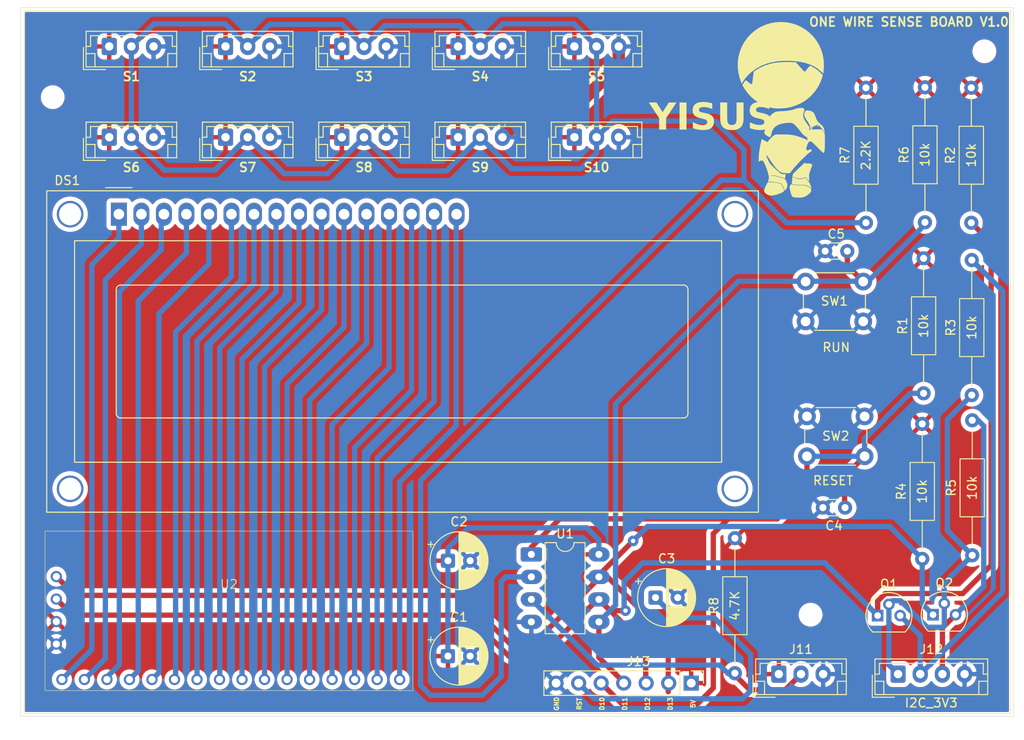
<source format=kicad_pcb>
(kicad_pcb (version 20241229) (generator "pcbnew") (generator_version "9.0")
  (layers (0 "F.Cu" signal) (2 "B.Cu" signal) (13 "F.Paste" user) (15 "B.Paste" user) (5 "F.SilkS" user "F.Silkscreen") (7 "B.SilkS" user "B.Silkscreen") (1 "F.Mask" user) (3 "B.Mask" user) (25 "Edge.Cuts" user))
  (net 0 "")
  (net 1 "GND")
  (net 2 "+5V")
  (net 3 "/E_LCD")
  (net 4 "/RS_LCD")
  (net 5 "/VSS_LCD")
  (net 6 "/D4")
  (net 7 "/VO_LCD")
  (net 8 "/D2")
  (net 9 "/A")
  (net 10 "/D5")
  (net 11 "/D1")
  (net 12 "/D0")
  (net 13 "/RW_LCD")
  (net 14 "/D7")
  (net 15 "/D3")
  (net 16 "/D6")
  (net 17 "/VDD_LCD")
  (net 18 "/K")
  (net 19 "/DATA")
  (net 20 "/CODE")
  (net 21 "ESP_SDA")
  (net 22 "+3.3V")
  (net 23 "SDA")
  (net 24 "RESET")
  (net 25 "MODE")
  (net 26 "SCL")
  (net 27 "ESP_SCL")
  (net 28 "/RESET_PROG")
  (footprint "Resistor_THT:R_Axial_DIN0207_L6.3mm_D2.5mm_P15.24mm_Horizontal" (layer "F.Cu") (at 145.1864 115.6208 90)
    (property "Reference" "R8" (at 7.62 -2.37 90) (layer "F.SilkS"))
    (property "Value" "4.7K" (at 7.62 0 90) (layer "F.SilkS"))
    (pad "1" thru_hole circle (at 0 0 90) (size 1.6 1.6) (drill 0.8) (layers "*.Cu" "*.Mask") (net 20 "/CODE"))
    (pad "2" thru_hole circle (at 15.24 0 90) (size 1.6 1.6) (drill 0.8) (layers "*.Cu" "*.Mask") (net 2 "+5V"))
  )
  (footprint "MountingHole:MountingHole_2.2mm_M2" (layer "F.Cu") (at 173.3296 45.4152)
    (property "Reference" "REF**" (hide yes))
    (property "Value" "MountingHole_2.2mm_M2" (hide yes))
    (pad "" np_thru_hole circle (at 0 0) (size 2.2 2.2) (drill 2.2) (layers "*.Cu" "*.Mask"))
  )
  (footprint "Connector_JST:JST_EH_B3B-EH-A_1x03_P2.50mm_Vertical" (layer "F.Cu") (at 113.9609 55.118)
    (property "Reference" "J9" (hide yes))
    (property "Value" "S9" (at 2.5 3.4 0) (layer "F.SilkS") (effects (font (thickness 0.2) (bold yes))))
    (pad "1" thru_hole roundrect (at 0 0) (size 1.7 1.95) (drill 0.95) (layers "*.Cu" "*.Mask") (roundrect_rratio 0.147059) (net 2 "+5V"))
    (pad "2" thru_hole oval (at 2.5 0) (size 1.7 1.95) (drill 0.95) (layers "*.Cu" "*.Mask") (net 19 "/DATA"))
    (pad "3" thru_hole oval (at 5 0) (size 1.7 1.95) (drill 0.95) (layers "*.Cu" "*.Mask") (net 1 "GND"))
  )
  (footprint "Package_TO_SOT_THT:TO-92" (layer "F.Cu") (at 167.5384 109.0168)
    (property "Reference" "Q2" (at 1.27 -3.56 0) (layer "F.SilkS"))
    (property "Value" "2N7000")
    (pad "1" thru_hole rect (at 0 0) (size 1.3 1.3) (drill 0.75) (layers "*.Cu" "*.Mask") (net 26 "SCL"))
    (pad "2" thru_hole circle (at 1.27 -1.27) (size 1.3 1.3) (drill 0.75) (layers "*.Cu" "*.Mask") (net 22 "+3.3V"))
    (pad "3" thru_hole circle (at 2.54 0) (size 1.3 1.3) (drill 0.75) (layers "*.Cu" "*.Mask") (net 27 "ESP_SCL"))
  )
  (footprint "MountingHole:MountingHole_2.2mm_M2" (layer "F.Cu") (at 153.7208 109.0168)
    (property "Reference" "REF**" (hide yes))
    (property "Value" "MountingHole_2.2mm_M2" (hide yes))
    (pad "" np_thru_hole circle (at 0 0) (size 2.2 2.2) (drill 2.2) (layers "*.Cu" "*.Mask"))
  )
  (footprint "Resistor_THT:R_Axial_DIN0207_L6.3mm_D2.5mm_P15.24mm_Horizontal" (layer "F.Cu") (at 166.624 64.7192 90)
    (property "Reference" "R6" (at 7.62 -2.37 90) (layer "F.SilkS"))
    (property "Value" "10k" (at 7.62 0 90) (layer "F.SilkS"))
    (pad "1" thru_hole circle (at 0 0 90) (size 1.6 1.6) (drill 0.8) (layers "*.Cu" "*.Mask") (net 25 "MODE"))
    (pad "2" thru_hole circle (at 15.24 0 90) (size 1.6 1.6) (drill 0.8) (layers "*.Cu" "*.Mask") (net 2 "+5V"))
  )
  (footprint "Connector_JST:JST_EH_B3B-EH-A_1x03_P2.50mm_Vertical" (layer "F.Cu") (at 100.8418 44.866)
    (property "Reference" "J3" (hide yes))
    (property "Value" "S3" (at 2.5 3.4 0) (layer "F.SilkS") (effects (font (thickness 0.2) (bold yes))))
    (pad "1" thru_hole roundrect (at 0 0) (size 1.7 1.95) (drill 0.95) (layers "*.Cu" "*.Mask") (roundrect_rratio 0.147059) (net 2 "+5V"))
    (pad "2" thru_hole oval (at 2.5 0) (size 1.7 1.95) (drill 0.95) (layers "*.Cu" "*.Mask") (net 19 "/DATA"))
    (pad "3" thru_hole oval (at 5 0) (size 1.7 1.95) (drill 0.95) (layers "*.Cu" "*.Mask") (net 1 "GND"))
  )
  (footprint "Connector_JST:JST_EH_B3B-EH-A_1x03_P2.50mm_Vertical" (layer "F.Cu") (at 127.08 44.866)
    (property "Reference" "J5" (hide yes))
    (property "Value" "S5" (at 2.5 3.4 0) (layer "F.SilkS") (effects (font (thickness 0.2) (bold yes))))
    (pad "1" thru_hole roundrect (at 0 0) (size 1.7 1.95) (drill 0.95) (layers "*.Cu" "*.Mask") (roundrect_rratio 0.147059) (net 2 "+5V"))
    (pad "2" thru_hole oval (at 2.5 0) (size 1.7 1.95) (drill 0.95) (layers "*.Cu" "*.Mask") (net 19 "/DATA"))
    (pad "3" thru_hole oval (at 5 0) (size 1.7 1.95) (drill 0.95) (layers "*.Cu" "*.Mask") (net 1 "GND"))
  )
  (footprint "Connector_PinHeader_2.54mm:PinHeader_1x07_P2.54mm_Vertical" (layer "F.Cu") (at 140.2588 116.7384 -90)
    (property "Reference" "J13" (at -2.4384 5.9436 180) (layer "F.SilkS"))
    (property "Value" "PROGRAM" (hide yes))
    (pad "1" thru_hole rect (at 0 0 270) (size 1.7 1.7) (drill 1) (layers "*.Cu" "*.Mask") (net 2 "+5V"))
    (pad "2" thru_hole circle (at 0 2.54 270) (size 1.7 1.7) (drill 1) (layers "*.Cu" "*.Mask") (net 26 "SCL"))
    (pad "3" thru_hole circle (at 0 5.08 270) (size 1.7 1.7) (drill 1) (layers "*.Cu" "*.Mask") (net 23 "SDA"))
    (pad "4" thru_hole circle (at 0 7.62 270) (size 1.7 1.7) (drill 1) (layers "*.Cu" "*.Mask") (net 25 "MODE"))
    (pad "5" thru_hole circle (at 0 10.16 270) (size 1.7 1.7) (drill 1) (layers "*.Cu" "*.Mask") (net 24 "RESET"))
    (pad "6" thru_hole circle (at 0 12.7 270) (size 1.7 1.7) (drill 1) (layers "*.Cu" "*.Mask") (net 28 "/RESET_PROG"))
    (pad "7" thru_hole circle (at 0 15.24 270) (size 1.7 1.7) (drill 1) (layers "*.Cu" "*.Mask") (net 1 "GND"))
  )
  (footprint "Package_TO_SOT_THT:TO-92" (layer "F.Cu") (at 161.29 109.1184)
    (property "Reference" "Q1" (at 1.27 -3.56 0) (layer "F.SilkS"))
    (property "Value" "2N7000")
    (pad "1" thru_hole rect (at 0 0) (size 1.3 1.3) (drill 0.75) (layers "*.Cu" "*.Mask") (net 23 "SDA"))
    (pad "2" thru_hole circle (at 1.27 -1.27) (size 1.3 1.3) (drill 0.75) (layers "*.Cu" "*.Mask") (net 22 "+3.3V"))
    (pad "3" thru_hole circle (at 2.54 0) (size 1.3 1.3) (drill 0.75) (layers "*.Cu" "*.Mask") (net 21 "ESP_SDA"))
  )
  (footprint "LOGO" (layer "F.Cu") (at 141.477909 51.990558)
    (property "Reference" "YISUS" (at 1.0668 1.016 0) (layer "F.SilkS") (effects (font (size 3 3) (thickness 0.3) (bold yes))))
    (property "Value" "LOGO" (hide yes))
  )
  (footprint "Capacitor_THT:CP_Radial_D6.3mm_P2.50mm" (layer "F.Cu") (at 112.816 102.9208)
    (property "Reference" "C2" (at 1.25 -4.4 0) (layer "F.SilkS"))
    (property "Value" "10uF")
    (pad "1" thru_hole roundrect (at 0 0) (size 1.6 1.6) (drill 0.8) (layers "*.Cu" "*.Mask") (roundrect_rratio 0.15625) (net 2 "+5V"))
    (pad "2" thru_hole circle (at 2.5 0) (size 1.6 1.6) (drill 0.8) (layers "*.Cu" "*.Mask") (net 1 "GND"))
  )
  (footprint "Connector_JST:JST_EH_B4B-EH-A_1x04_P2.50mm_Vertical" (layer "F.Cu") (at 163.5944 115.7224)
    (property "Reference" "J12" (at 3.75 -2.8 0) (layer "F.SilkS"))
    (property "Value" "I2C_3V3" (at 3.7408 3.2512 0) (layer "F.SilkS"))
    (pad "1" thru_hole roundrect (at 0 0) (size 1.7 1.95) (drill 0.95) (layers "*.Cu" "*.Mask") (roundrect_rratio 0.147059) (net 22 "+3.3V"))
    (pad "2" thru_hole oval (at 2.5 0) (size 1.7 1.95) (drill 0.95) (layers "*.Cu" "*.Mask") (net 21 "ESP_SDA"))
    (pad "3" thru_hole oval (at 5 0) (size 1.7 1.95) (drill 0.95) (layers "*.Cu" "*.Mask") (net 27 "ESP_SCL"))
    (pad "4" thru_hole oval (at 7.5 0) (size 1.7 1.95) (drill 0.95) (layers "*.Cu" "*.Mask") (net 1 "GND"))
  )
  (footprint "Resistor_THT:R_Axial_DIN0207_L6.3mm_D2.5mm_P15.24mm_Horizontal" (layer "F.Cu") (at 166.4716 84.0232 90)
    (property "Reference" "R1" (at 7.62 -2.37 90) (layer "F.SilkS"))
    (property "Value" "10k" (at 7.62 0 90) (layer "F.SilkS"))
    (pad "1" thru_hole circle (at 0 0 90) (size 1.6 1.6) (drill 0.8) (layers "*.Cu" "*.Mask") (net 24 "RESET"))
    (pad "2" thru_hole circle (at 15.24 0 90) (size 1.6 1.6) (drill 0.8) (layers "*.Cu" "*.Mask") (net 2 "+5V"))
  )
  (footprint "Capacitor_THT:CP_Radial_D6.3mm_P2.50mm" (layer "F.Cu") (at 136.231621 107.0864)
    (property "Reference" "C3" (at 1.25 -4.4 0) (layer "F.SilkS"))
    (property "Value" "10uF")
    (pad "1" thru_hole roundrect (at 0 0) (size 1.6 1.6) (drill 0.8) (layers "*.Cu" "*.Mask") (roundrect_rratio 0.15625) (net 28 "/RESET_PROG"))
    (pad "2" thru_hole circle (at 2.5 0) (size 1.6 1.6) (drill 0.8) (layers "*.Cu" "*.Mask") (net 1 "GND"))
  )
  (footprint "Connector_JST:JST_EH_B3B-EH-A_1x03_P2.50mm_Vertical" (layer "F.Cu") (at 87.7227 55.118)
    (property "Reference" "J7" (hide yes))
    (property "Value" "S7" (at 2.5 3.4 0) (layer "F.SilkS") (effects (font (thickness 0.2) (bold yes))))
    (pad "1" thru_hole roundrect (at 0 0) (size 1.7 1.95) (drill 0.95) (layers "*.Cu" "*.Mask") (roundrect_rratio 0.147059) (net 2 "+5V"))
    (pad "2" thru_hole oval (at 2.5 0) (size 1.7 1.95) (drill 0.95) (layers "*.Cu" "*.Mask") (net 19 "/DATA"))
    (pad "3" thru_hole oval (at 5 0) (size 1.7 1.95) (drill 0.95) (layers "*.Cu" "*.Mask") (net 1 "GND"))
  )
  (footprint "Resistor_THT:R_Axial_DIN0207_L6.3mm_D2.5mm_P15.24mm_Horizontal" (layer "F.Cu") (at 171.958 102.3112 90)
    (property "Reference" "R5" (at 7.62 -2.37 90) (layer "F.SilkS"))
    (property "Value" "10k" (at 7.62 0 90) (layer "F.SilkS"))
    (pad "1" thru_hole circle (at 0 0 90) (size 1.6 1.6) (drill 0.8) (layers "*.Cu" "*.Mask") (net 22 "+3.3V"))
    (pad "2" thru_hole circle (at 15.24 0 90) (size 1.6 1.6) (drill 0.8) (layers "*.Cu" "*.Mask") (net 27 "ESP_SCL"))
  )
  (footprint "Resistor_THT:R_Axial_DIN0207_L6.3mm_D2.5mm_P15.24mm_Horizontal" (layer "F.Cu") (at 159.9692 64.77 90)
    (property "Reference" "R7" (at 7.62 -2.37 90) (layer "F.SilkS"))
    (property "Value" "2.2K" (at 7.62 0 90) (layer "F.SilkS"))
    (pad "1" thru_hole circle (at 0 0 90) (size 1.6 1.6) (drill 0.8) (layers "*.Cu" "*.Mask") (net 19 "/DATA"))
    (pad "2" thru_hole circle (at 15.24 0 90) (size 1.6 1.6) (drill 0.8) (layers "*.Cu" "*.Mask") (net 2 "+5V"))
  )
  (footprint "Button_Switch_THT:SW_PUSH_6mm_H4.3mm" (layer "F.Cu") (at 153.3168 86.6352)
    (property "Reference" "SW2" (at 3.25 2.214 0) (layer "F.SilkS"))
    (property "Value" "RESET" (at 2.944 7.2432 0) (layer "F.SilkS"))
    (pad "1" thru_hole circle (at 0 0 90) (size 2 2) (drill 1.1) (layers "*.Cu" "*.Mask") (net 1 "GND"))
    (pad "1" thru_hole circle (at 6.5 0 90) (size 2 2) (drill 1.1) (layers "*.Cu" "*.Mask") (net 1 "GND"))
    (pad "2" thru_hole circle (at 0 4.5 90) (size 2 2) (drill 1.1) (layers "*.Cu" "*.Mask") (net 24 "RESET"))
    (pad "2" thru_hole circle (at 6.5 4.5 90) (size 2 2) (drill 1.1) (layers "*.Cu" "*.Mask") (net 24 "RESET"))
  )
  (footprint "Connector_JST:JST_EH_B3B-EH-A_1x03_P2.50mm_Vertical" (layer "F.Cu") (at 74.6036 44.866)
    (property "Reference" "J1" (hide yes))
    (property "Value" "S1" (at 2.5 3.4 0) (layer "F.SilkS") (effects (font (thickness 0.2) (bold yes))))
    (pad "1" thru_hole roundrect (at 0 0) (size 1.7 1.95) (drill 0.95) (layers "*.Cu" "*.Mask") (roundrect_rratio 0.147059) (net 2 "+5V"))
    (pad "2" thru_hole oval (at 2.5 0) (size 1.7 1.95) (drill 0.95) (layers "*.Cu" "*.Mask") (net 19 "/DATA"))
    (pad "3" thru_hole oval (at 5 0) (size 1.7 1.95) (drill 0.95) (layers "*.Cu" "*.Mask") (net 1 "GND"))
  )
  (footprint "Resistor_THT:R_Axial_DIN0207_L6.3mm_D2.5mm_P15.24mm_Horizontal" (layer "F.Cu") (at 166.3192 102.7176 90)
    (property "Reference" "R4" (at 7.62 -2.37 90) (layer "F.SilkS"))
    (property "Value" "10k" (at 7.62 0 90) (layer "F.SilkS"))
    (pad "1" thru_hole circle (at 0 0 90) (size 1.6 1.6) (drill 0.8) (layers "*.Cu" "*.Mask") (net 26 "SCL"))
    (pad "2" thru_hole circle (at 15.24 0 90) (size 1.6 1.6) (drill 0.8) (layers "*.Cu" "*.Mask") (net 2 "+5V"))
  )
  (footprint "Package_DIP:DIP-8_W7.62mm_LongPads" (layer "F.Cu") (at 122.2248 102.2096)
    (property "Reference" "U1" (at 3.81 -2.33 0) (layer "F.SilkS"))
    (property "Value" "ATtiny85-20P")
    (pad "1" thru_hole roundrect (at 0 0) (size 2.4 1.6) (drill 0.8) (layers "*.Cu" "*.Mask") (roundrect_rratio 0.15625) (net 24 "RESET"))
    (pad "2" thru_hole oval (at 0 2.54) (size 2.4 1.6) (drill 0.8) (layers "*.Cu" "*.Mask") (net 19 "/DATA"))
    (pad "3" thru_hole oval (at 0 5.08) (size 2.4 1.6) (drill 0.8) (layers "*.Cu" "*.Mask") (net 20 "/CODE"))
    (pad "4" thru_hole oval (at 0 7.62) (size 2.4 1.6) (drill 0.8) (layers "*.Cu" "*.Mask") (net 1 "GND"))
    (pad "5" thru_hole oval (at 7.62 7.62) (size 2.4 1.6) (drill 0.8) (layers "*.Cu" "*.Mask") (net 25 "MODE"))
    (pad "6" thru_hole oval (at 7.62 5.08) (size 2.4 1.6) (drill 0.8) (layers "*.Cu" "*.Mask") (net 23 "SDA"))
    (pad "7" thru_hole oval (at 7.62 2.54) (size 2.4 1.6) (drill 0.8) (layers "*.Cu" "*.Mask") (net 26 "SCL"))
    (pad "8" thru_hole oval (at 7.62 0) (size 2.4 1.6) (drill 0.8) (layers "*.Cu" "*.Mask") (net 2 "+5V"))
  )
  (footprint "Connector_JST:JST_EH_B3B-EH-A_1x03_P2.50mm_Vertical" (layer "F.Cu") (at 100.8418 55.118)
    (property "Reference" "J8" (hide yes))
    (property "Value" "S8" (at 2.5 3.4 0) (layer "F.SilkS") (effects (font (thickness 0.2) (bold yes))))
    (pad "1" thru_hole roundrect (at 0 0) (size 1.7 1.95) (drill 0.95) (layers "*.Cu" "*.Mask") (roundrect_rratio 0.147059) (net 2 "+5V"))
    (pad "2" thru_hole oval (at 2.5 0) (size 1.7 1.95) (drill 0.95) (layers "*.Cu" "*.Mask") (net 19 "/DATA"))
    (pad "3" thru_hole oval (at 5 0) (size 1.7 1.95) (drill 0.95) (layers "*.Cu" "*.Mask") (net 1 "GND"))
  )
  (footprint "Connector_JST:JST_EH_B3B-EH-A_1x03_P2.50mm_Vertical" (layer "F.Cu") (at 87.7227 44.866)
    (property "Reference" "J2" (hide yes))
    (property "Value" "S2" (at 2.5 3.4 0) (layer "F.SilkS") (effects (font (thickness 0.2) (bold yes))))
    (pad "1" thru_hole roundrect (at 0 0) (size 1.7 1.95) (drill 0.95) (layers "*.Cu" "*.Mask") (roundrect_rratio 0.147059) (net 2 "+5V"))
    (pad "2" thru_hole oval (at 2.5 0) (size 1.7 1.95) (drill 0.95) (layers "*.Cu" "*.Mask") (net 19 "/DATA"))
    (pad "3" thru_hole oval (at 5 0) (size 1.7 1.95) (drill 0.95) (layers "*.Cu" "*.Mask") (net 1 "GND"))
  )
  (footprint "Connector_JST:JST_EH_B3B-EH-A_1x03_P2.50mm_Vertical" (layer "F.Cu") (at 150.1432 115.7224)
    (property "Reference" "J11" (at 2.5 -2.8 0) (layer "F.SilkS"))
    (property "Value" "DECO")
    (pad "1" thru_hole roundrect (at 0 0) (size 1.7 1.95) (drill 0.95) (layers "*.Cu" "*.Mask") (roundrect_rratio 0.147059) (net 2 "+5V"))
    (pad "2" thru_hole oval (at 2.5 0) (size 1.7 1.95) (drill 0.95) (layers "*.Cu" "*.Mask") (net 20 "/CODE"))
    (pad "3" thru_hole oval (at 5 0) (size 1.7 1.95) (drill 0.95) (layers "*.Cu" "*.Mask") (net 1 "GND"))
  )
  (footprint "Capacitor_THT:C_Disc_D3.0mm_W1.6mm_P2.50mm" (layer "F.Cu") (at 157.8664 67.9704 180)
    (property "Reference" "C5" (at 1.25 1.9304 0) (layer "F.SilkS"))
    (property "Value" "10pF")
    (pad "1" thru_hole circle (at 0 0 180) (size 1.6 1.6) (drill 0.8) (layers "*.Cu" "*.Mask") (net 25 "MODE"))
    (pad "2" thru_hole circle (at 2.5 0 180) (size 1.6 1.6) (drill 0.8) (layers "*.Cu" "*.Mask") (net 1 "GND"))
  )
  (footprint "Resistor_THT:R_Axial_DIN0207_L6.3mm_D2.5mm_P15.24mm_Horizontal" (layer "F.Cu") (at 171.8564 64.77 90)
    (property "Reference" "R2" (at 7.62 -2.37 90) (layer "F.SilkS"))
    (property "Value" "10k" (at 7.62 0 90) (layer "F.SilkS"))
    (pad "1" thru_hole circle (at 0 0 90) (size 1.6 1.6) (drill 0.8) (layers "*.Cu" "*.Mask") (net 23 "SDA"))
    (pad "2" thru_hole circle (at 15.24 0 90) (size 1.6 1.6) (drill 0.8) (layers "*.Cu" "*.Mask") (net 2 "+5V"))
  )
  (footprint "Connector_JST:JST_EH_B3B-EH-A_1x03_P2.50mm_Vertical" (layer "F.Cu") (at 74.6036 55.118)
    (property "Reference" "J6" (hide yes))
    (property "Value" "S6" (at 2.5 3.4 0) (layer "F.SilkS") (effects (font (thickness 0.2) (bold yes))))
    (pad "1" thru_hole roundrect (at 0 0) (size 1.7 1.95) (drill 0.95) (layers "*.Cu" "*.Mask") (roundrect_rratio 0.147059) (net 2 "+5V"))
    (pad "2" thru_hole oval (at 2.5 0) (size 1.7 1.95) (drill 0.95) (layers "*.Cu" "*.Mask") (net 19 "/DATA"))
    (pad "3" thru_hole oval (at 5 0) (size 1.7 1.95) (drill 0.95) (layers "*.Cu" "*.Mask") (net 1 "GND"))
  )
  (footprint "Button_Switch_THT:SW_PUSH_6mm_H4.3mm" (layer "F.Cu") (at 153.1632 71.41)
    (property "Reference" "SW1" (at 3.25 2.1992 0) (layer "F.SilkS"))
    (property "Value" "RUN" (at 3.4532 7.4316 0) (layer "F.SilkS"))
    (pad "1" thru_hole circle (at 0 0 90) (size 2 2) (drill 1.1) (layers "*.Cu" "*.Mask") (net 25 "MODE"))
    (pad "1" thru_hole circle (at 6.5 0 90) (size 2 2) (drill 1.1) (layers "*.Cu" "*.Mask") (net 25 "MODE"))
    (pad "2" thru_hole circle (at 0 4.5 90) (size 2 2) (drill 1.1) (layers "*.Cu" "*.Mask") (net 1 "GND"))
    (pad "2" thru_hole circle (at 6.5 4.5 90) (size 2 2) (drill 1.1) (layers "*.Cu" "*.Mask") (net 1 "GND"))
  )
  (footprint "Resistor_THT:R_Axial_DIN0207_L6.3mm_D2.5mm_P15.24mm_Horizontal" (layer "F.Cu") (at 171.9072 84.2264 90)
    (property "Reference" "R3" (at 7.62 -2.37 90) (layer "F.SilkS"))
    (property "Value" "10k" (at 7.62 0 90) (layer "F.SilkS"))
    (pad "1" thru_hole circle (at 0 0 90) (size 1.6 1.6) (drill 0.8) (layers "*.Cu" "*.Mask") (net 22 "+3.3V"))
    (pad "2" thru_hole circle (at 15.24 0 90) (size 1.6 1.6) (drill 0.8) (layers "*.Cu" "*.Mask") (net 21 "ESP_SDA"))
  )
  (footprint "Connector_JST:JST_EH_B3B-EH-A_1x03_P2.50mm_Vertical" (layer "F.Cu") (at 113.9609 44.866)
    (property "Reference" "J4" (hide yes))
    (property "Value" "S4" (at 2.5 3.4 0) (layer "F.SilkS") (effects (font (thickness 0.2) (bold yes))))
    (pad "1" thru_hole roundrect (at 0 0) (size 1.7 1.95) (drill 0.95) (layers "*.Cu" "*.Mask") (roundrect_rratio 0.147059) (net 2 "+5V"))
    (pad "2" thru_hole oval (at 2.5 0) (size 1.7 1.95) (drill 0.95) (layers "*.Cu" "*.Mask") (net 19 "/DATA"))
    (pad "3" thru_hole oval (at 5 0) (size 1.7 1.95) (drill 0.95) (layers "*.Cu" "*.Mask") (net 1 "GND"))
  )
  (footprint "Capacitor_THT:C_Disc_D3.0mm_W1.6mm_P2.50mm" (layer "F.Cu") (at 157.6124 96.9264 180)
    (property "Reference" "C4" (at 1.25 -2.05 0) (layer "F.SilkS"))
    (property "Value" "10pF")
    (pad "1" thru_hole circle (at 0 0 180) (size 1.6 1.6) (drill 0.8) (layers "*.Cu" "*.Mask") (net 24 "RESET"))
    (pad "2" thru_hole circle (at 2.5 0 180) (size 1.6 1.6) (drill 0.8) (layers "*.Cu" "*.Mask") (net 1 "GND"))
  )
  (footprint "PERSONALIZADA:LCD_PCF8574" (layer "F.Cu") (at 69.2658 116.332)
    (property "Reference" "U2" (at 18.85 -10.75 0) (layer "F.SilkS") (effects (font (thickness 0.1))))
    (property "Value" "LCD_PCF8574" (hide yes))
    (pad "1" thru_hole circle (at 0 0) (size 1.27 1.27) (drill 0.8) (layers "*.Cu" "*.Mask") (net 5 "/VSS_LCD"))
    (pad "2" thru_hole circle (at 2.54 0) (size 1.27 1.27) (drill 0.8) (layers "*.Cu" "*.Mask") (net 17 "/VDD_LCD"))
    (pad "3" thru_hole circle (at 5.08 0) (size 1.27 1.27) (drill 0.8) (layers "*.Cu" "*.Mask") (net 7 "/VO_LCD"))
    (pad "4" thru_hole circle (at 7.62 0) (size 1.27 1.27) (drill 0.8) (layers "*.Cu" "*.Mask") (net 4 "/RS_LCD"))
    (pad "5" thru_hole circle (at 10.16 0) (size 1.27 1.27) (drill 0.8) (layers "*.Cu" "*.Mask") (net 13 "/RW_LCD"))
    (pad "6" thru_hole circle (at 12.7 0) (size 1.27 1.27) (drill 0.8) (layers "*.Cu" "*.Mask") (net 3 "/E_LCD"))
    (pad "7" thru_hole circle (at 15.24 0) (size 1.27 1.27) (drill 0.8) (layers "*.Cu" "*.Mask") (net 12 "/D0"))
    (pad "8" thru_hole circle (at 17.78 0) (size 1.27 1.27) (drill 0.8) (layers "*.Cu" "*.Mask") (net 11 "/D1"))
    (pad "9" thru_hole circle (at 20.32 0) (size 1.27 1.27) (drill 0.8) (layers "*.Cu" "*.Mask") (net 8 "/D2"))
    (pad "10" thru_hole circle (at 22.86 0) (size 1.27 1.27) (drill 0.8) (layers "*.Cu" "*.Mask") (net 15 "/D3"))
    (pad "11" thru_hole circle (at 25.4 0) (size 1.27 1.27) (drill 0.8) (layers "*.Cu" "*.Mask") (net 6 "/D4"))
    (pad "12" thru_hole circle (at 27.94 0) (size 1.27 1.27) (drill 0.8) (layers "*.Cu" "*.Mask") (net 10 "/D5"))
    (pad "13" thru_hole circle (at 30.48 0) (size 1.27 1.27) (drill 0.8) (layers "*.Cu" "*.Mask") (net 16 "/D6"))
    (pad "14" thru_hole circle (at 33.02 0) (size 1.27 1.27) (drill 0.8) (layers "*.Cu" "*.Mask") (net 14 "/D7"))
    (pad "15" thru_hole circle (at 35.56 0) (size 1.27 1.27) (drill 0.8) (layers "*.Cu" "*.Mask") (net 9 "/A"))
    (pad "16" thru_hole circle (at 38.1 0) (size 1.27 1.27) (drill 0.8) (layers "*.Cu" "*.Mask") (net 18 "/K"))
    (pad "17" thru_hole circle (at -0.63 -4) (size 1.27 1.27) (drill 0.8) (layers "*.Cu" "*.Mask") (net 1 "GND"))
    (pad "18" thru_hole circle (at -0.63 -6.54) (size 1.27 1.27) (drill 0.8) (layers "*.Cu" "*.Mask") (net 2 "+5V"))
    (pad "19" thru_hole circle (at -0.63 -9.08) (size 1.27 1.27) (drill 0.8) (layers "*.Cu" "*.Mask") (net 23 "SDA"))
    (pad "20" thru_hole circle (at -0.63 -11.62) (size 1.27 1.27) (drill 0.8) (layers "*.Cu" "*.Mask") (net 26 "SCL"))
  )
  (footprint "Display:WC1602A" (layer "F.Cu") (at 75.692 63.8048)
    (property "Reference" "DS1" (at -5.82 -3.81 0) (layer "F.SilkS"))
    (property "Value" "WC1602A")
    (pad "" thru_hole circle (at -5.4991 0) (size 3 3) (drill 2.5) (layers "*.Cu" "*.Mask"))
    (pad "" thru_hole circle (at -5.4991 31.0007) (size 3 3) (drill 2.5) (layers "*.Cu" "*.Mask"))
    (pad "" thru_hole circle (at 69.49948 31.0007) (size 3 3) (drill 2.5) (layers "*.Cu" "*.Mask"))
    (pad "" thru_hole circle (at 69.5 0) (size 3 3) (drill 2.5) (layers "*.Cu" "*.Mask"))
    (pad "1" thru_hole rect (at 0 0) (size 1.8 2.6) (drill 1.2) (layers "*.Cu" "*.Mask") (net 5 "/VSS_LCD"))
    (pad "2" thru_hole oval (at 2.54 0) (size 1.8 2.6) (drill 1.2) (layers "*.Cu" "*.Mask") (net 17 "/VDD_LCD"))
    (pad "3" thru_hole oval (at 5.08 0) (size 1.8 2.6) (drill 1.2) (layers "*.Cu" "*.Mask") (net 7 "/VO_LCD"))
    (pad "4" thru_hole oval (at 7.62 0) (size 1.8 2.6) (drill 1.2) (layers "*.Cu" "*.Mask") (net 4 "/RS_LCD"))
    (pad "5" thru_hole oval (at 10.16 0) (size 1.8 2.6) (drill 1.2) (layers "*.Cu" "*.Mask") (net 13 "/RW_LCD"))
    (pad "6" thru_hole oval (at 12.7 0) (size 1.8 2.6) (drill 1.2) (layers "*.Cu" "*.Mask") (net 3 "/E_LCD"))
    (pad "7" thru_hole oval (at 15.24 0) (size 1.8 2.6) (drill 1.2) (layers "*.Cu" "*.Mask") (net 12 "/D0"))
    (pad "8" thru_hole oval (at 17.78 0) (size 1.8 2.6) (drill 1.2) (layers "*.Cu" "*.Mask") (net 11 "/D1"))
    (pad "9" thru_hole oval (at 20.32 0) (size 1.8 2.6) (drill 1.2) (layers "*.Cu" "*.Mask") (net 8 "/D2"))
    (pad "10" thru_hole oval (at 22.86 0) (size 1.8 2.6) (drill 1.2) (layers "*.Cu" "*.Mask") (net 15 "/D3"))
    (pad "11" thru_hole oval (at 25.4 0) (size 1.8 2.6) (drill 1.2) (layers "*.Cu" "*.Mask") (net 6 "/D4"))
    (pad "12" thru_hole oval (at 27.94 0) (size 1.8 2.6) (drill 1.2) (layers "*.Cu" "*.Mask") (net 10 "/D5"))
    (pad "13" thru_hole oval (at 30.48 0) (size 1.8 2.6) (drill 1.2) (layers "*.Cu" "*.Mask") (net 16 "/D6"))
    (pad "14" thru_hole oval (at 33.02 0) (size 1.8 2.6) (drill 1.2) (layers "*.Cu" "*.Mask") (net 14 "/D7"))
    (pad "15" thru_hole oval (at 35.56 0) (size 1.8 2.6) (drill 1.2) (layers "*.Cu" "*.Mask") (net 9 "/A"))
    (pad "16" thru_hole oval (at 38.1 0) (size 1.8 2.6) (drill 1.2) (layers "*.Cu" "*.Mask") (net 18 "/K"))
  )
  (footprint "Capacitor_THT:CP_Radial_D6.3mm_P2.50mm" (layer "F.Cu") (at 112.812821 113.6904)
    (property "Reference" "C1" (at 1.25 -4.4 0) (layer "F.SilkS"))
    (property "Value" "10uF")
    (pad "1" thru_hole roundrect (at 0 0) (size 1.6 1.6) (drill 0.8) (layers "*.Cu" "*.Mask") (roundrect_rratio 0.15625) (net 2 "+5V"))
    (pad "2" thru_hole circle (at 2.5 0) (size 1.6 1.6) (drill 0.8) (layers "*.Cu" "*.Mask") (net 1 "GND"))
  )
  (footprint "Connector_JST:JST_EH_B3B-EH-A_1x03_P2.50mm_Vertical" (layer "F.Cu") (at 127.08 55.118)
    (property "Reference" "J10" (hide yes))
    (property "Value" "S10" (at 2.5 3.4 0) (layer "F.SilkS") (effects (font (thickness 0.2) (bold yes))))
    (pad "1" thru_hole roundrect (at 0 0) (size 1.7 1.95) (drill 0.95) (layers "*.Cu" "*.Mask") (roundrect_rratio 0.147059) (net 2 "+5V"))
    (pad "2" thru_hole oval (at 2.5 0) (size 1.7 1.95) (drill 0.95) (layers "*.Cu" "*.Mask") (net 19 "/DATA"))
    (pad "3" thru_hole oval (at 5 0) (size 1.7 1.95) (drill 0.95) (layers "*.Cu" "*.Mask") (net 1 "GND"))
  )
  (footprint "MountingHole:MountingHole_2.2mm_M2" (layer "F.Cu") (at 68.2244 50.5968)
    (property "Reference" "REF**" (hide yes))
    (property "Value" "MountingHole_2.2mm_M2" (hide yes))
    (pad "" np_thru_hole circle (at 0 0) (size 2.2 2.2) (drill 2.2) (layers "*.Cu" "*.Mask"))
  )
  (gr_rect (start 65.024 40.8432) (end 176.276 120.1928) (stroke (width 0.1)) (fill no) (layer "F.SilkS"))
  (gr_rect (start 64.594 40.4876) (end 176.594 120.4876) (stroke (width 0.05)) (fill no) (layer "Edge.Cuts"))
  (gr_text "D11" (at 132.7658 119.0752 90) (layer "F.SilkS") (effects (font (size 0.5 0.5) (thickness 0.125))))
  (gr_text "D13" (at 137.8966 119.0752 90) (layer "F.SilkS") (effects (font (size 0.5 0.5) (thickness 0.125))))
  (gr_text "GND" (at 125.0696 119.0752 90) (layer "F.SilkS") (effects (font (size 0.5 0.5) (thickness 0.125))))
  (gr_text "5V" (at 140.462 119.0752 90) (layer "F.SilkS") (effects (font (size 0.5 0.5) (thickness 0.125))))
  (gr_text " ONE WIRE SENSE BOARD V1.0" (at 152.692878 42.683948 0) (layer "F.SilkS") (effects (font (size 1 1) (thickness 0.2) (bold yes)) (justify left bottom)))
  (gr_text "RST" (at 127.635 119.0752 90) (layer "F.SilkS") (effects (font (size 0.5 0.5) (thickness 0.125))))
  (gr_text "D12" (at 135.3312 119.0752 90) (layer "F.SilkS") (effects (font (size 0.5 0.5) (thickness 0.125))))
  (gr_text "D10" (at 130.2004 119.0752 90) (layer "F.SilkS") (effects (font (size 0.5 0.5) (thickness 0.125))))
  (segment (start 118.9609 55.118) (end 122.9741 51.1048) (width 1.4) (layer "F.Cu") (net 1))
  (segment (start 122.9741 51.1048) (end 127.8636 51.1048) (width 1.4) (layer "F.Cu") (net 1))
  (segment (start 127.8636 51.1048) (end 132.08 46.8884) (width 1.4) (layer "F.Cu") (net 1))
  (segment (start 132.08 46.8884) (end 132.08 44.866) (width 1.4) (layer "F.Cu") (net 1))
  (segment (start 129.8448 100.584) (end 128.4732 99.2124) (width 0.6) (layer "B.Cu") (net 2))
  (segment (start 112.812821 113.6904) (end 112.812821 102.923979) (width 0.6) (layer "B.Cu") (net 2))
  (segment (start 115.1128 99.2124) (end 112.816 101.5092) (width 0.6) (layer "B.Cu") (net 2))
  (segment (start 128.4732 99.2124) (end 115.1128 99.2124) (width 0.6) (layer "B.Cu") (net 2))
  (segment (start 129.8448 102.2096) (end 129.8448 100.584) (width 0.6) (layer "B.Cu") (net 2))
  (segment (start 112.816 101.5092) (end 112.816 102.9208) (width 0.6) (layer "B.Cu") (net 2))
  (segment (start 112.812821 102.923979) (end 112.816 102.9208) (width 0.6) (layer "B.Cu") (net 2))
  (segment (start 88.392 70.8152) (end 88.392 63.8048) (width 0.6) (layer "B.Cu") (net 3))
  (segment (start 82.0928 116.205) (end 82.0928 77.1144) (width 0.6) (layer "B.Cu") (net 3))
  (segment (start 81.9658 116.332) (end 82.0928 116.205) (width 0.6) (layer "B.Cu") (net 3))
  (segment (start 82.0928 77.1144) (end 88.392 70.8152) (width 0.6) (layer "B.Cu") (net 3))
  (segment (start 77.8764 73.6092) (end 83.312 68.1736) (width 0.6) (layer "B.Cu") (net 4))
  (segment (start 83.312 68.1736) (end 83.312 63.8048) (width 0.6) (layer "B.Cu") (net 4))
  (segment (start 77.8764 115.3414) (end 77.8764 73.6092) (width 0.6) (layer "B.Cu") (net 4))
  (segment (start 76.8858 116.332) (end 77.8764 115.3414) (width 0.6) (layer "B.Cu") (net 4))
  (segment (start 75.692 66.4464) (end 75.692 63.8048) (width 0.6) (layer "B.Cu") (net 5))
  (segment (start 69.2658 116.332) (end 72.644 112.9538) (width 0.6) (layer "B.Cu") (net 5))
  (segment (start 72.644 69.4944) (end 75.692 66.4464) (width 0.6) (layer "B.Cu") (net 5))
  (segment (start 72.644 112.9538) (end 72.644 69.4944) (width 0.6) (layer "B.Cu") (net 5))
  (segment (start 94.6658 116.332) (end 94.6658 82.9818) (width 0.6) (layer "B.Cu") (net 6))
  (segment (start 101.092 76.5556) (end 101.092 63.8048) (width 0.6) (layer "B.Cu") (net 6))
  (segment (start 94.6658 82.9818) (end 101.092 76.5556) (width 0.6) (layer "B.Cu") (net 6))
  (segment (start 80.4672 67.818) (end 80.4672 64.1096) (width 0.6) (layer "B.Cu") (net 7))
  (segment (start 75.7428 72.5424) (end 80.4672 67.818) (width 0.6) (layer "B.Cu") (net 7))
  (segment (start 75.7428 114.6556) (end 75.7428 72.5424) (width 0.6) (layer "B.Cu") (net 7))
  (segment (start 80.4672 64.1096) (end 80.772 63.8048) (width 0.6) (layer "B.Cu") (net 7))
  (segment (start 74.3458 116.332) (end 74.3458 116.0526) (width 0.6) (layer "B.Cu") (net 7))
  (segment (start 74.3458 116.0526) (end 75.7428 114.6556) (width 0.6) (layer "B.Cu") (net 7))
  (segment (start 89.5858 80.1878) (end 96.012 73.7616) (width 0.6) (layer "B.Cu") (net 8))
  (segment (start 89.5858 116.332) (end 89.5858 80.1878) (width 0.6) (layer "B.Cu") (net 8))
  (segment (start 96.012 73.7616) (end 96.012 63.8048) (width 0.6) (layer "B.Cu") (net 8))
  (segment (start 104.8258 116.332) (end 104.8258 91.3638) (width 0.6) (layer "B.Cu") (net 9))
  (segment (start 111.252 84.9376) (end 111.252 63.8048) (width 0.6) (layer "B.Cu") (net 9))
  (segment (start 104.8258 91.3638) (end 111.252 84.9376) (width 0.6) (layer "B.Cu") (net 9))
  (segment (start 97.2058 116.332) (end 97.2058 84.8106) (width 0.6) (layer "B.Cu") (net 10))
  (segment (start 103.632 78.3844) (end 103.632 63.8048) (width 0.6) (layer "B.Cu") (net 10))
  (segment (start 97.2058 84.8106) (end 103.632 78.3844) (width 0.6) (layer "B.Cu") (net 10))
  (segment (start 87.0712 78.8924) (end 93.4212 72.5424) (width 0.6) (layer "B.Cu") (net 11))
  (segment (start 87.0712 116.3066) (end 87.0712 78.8924) (width 0.6) (layer "B.Cu") (net 11))
  (segment (start 93.4212 72.5424) (end 93.4212 63.8556) (width 0.6) (layer "B.Cu") (net 11))
  (segment (start 87.0458 116.332) (end 87.0712 116.3066) (width 0.6) (layer "B.Cu") (net 11))
  (segment (start 93.4212 63.8556) (end 93.472 63.8048) (width 0.6) (layer "B.Cu") (net 11))
  (segment (start 84.5058 116.332) (end 84.5058 78.105) (width 0.6) (layer "B.Cu") (net 12))
  (segment (start 84.5058 78.105) (end 90.932 71.6788) (width 0.6) (layer "B.Cu") (net 12))
  (segment (start 90.932 71.6788) (end 90.932 63.8048) (width 0.6) (layer "B.Cu") (net 12))
  (segment (start 80.2132 115.5446) (end 80.2132 75.0316) (width 0.6) (layer "B.Cu") (net 13))
  (segment (start 85.852 69.3928) (end 85.852 63.8048) (width 0.6) (layer "B.Cu") (net 13))
  (segment (start 80.2132 75.0316) (end 85.852 69.3928) (width 0.6) (layer "B.Cu") (net 13))
  (segment (start 79.4258 116.332) (end 80.2132 115.5446) (width 0.6) (layer "B.Cu") (net 13))
  (segment (start 102.2858 90.1446) (end 108.712 83.7184) (width 0.6) (layer "B.Cu") (net 14))
  (segment (start 102.2858 116.332) (end 102.2858 90.1446) (width 0.6) (layer "B.Cu") (net 14))
  (segment (start 108.712 83.7184) (end 108.712 63.8048) (width 0.6) (layer "B.Cu") (net 14))
  (segment (start 92.1258 116.332) (end 92.1258 81.0514) (width 0.6) (layer "B.Cu") (net 15))
  (segment (start 92.1258 81.0514) (end 98.552 74.6252) (width 0.6) (layer "B.Cu") (net 15))
  (segment (start 98.552 74.6252) (end 98.552 63.8048) (width 0.6) (layer "B.Cu") (net 15))
  (segment (start 99.7458 116.332) (end 99.7458 87.5538) (width 0.6) (layer "B.Cu") (net 16))
  (segment (start 99.7458 87.5538) (end 106.172 81.1276) (width 0.6) (layer "B.Cu") (net 16))
  (segment (start 106.172 81.1276) (end 106.172 63.8048) (width 0.6) (layer "B.Cu") (net 16))
  (segment (start 74.168 113.9698) (end 74.168 71.2216) (width 0.6) (layer "B.Cu") (net 17))
  (segment (start 78.2828 63.8556) (end 78.232 63.8048) (width 0.2) (layer "B.Cu") (net 17))
  (segment (start 74.168 71.2216) (end 78.232 67.1576) (width 0.6) (layer "B.Cu") (net 17))
  (segment (start 78.232 67.1576) (end 78.232 63.8048) (width 0.6) (layer "B.Cu") (net 17))
  (segment (start 71.8058 116.332) (end 74.168 113.9698) (width 0.6) (layer "B.Cu") (net 17))
  (segment (start 107.3658 116.332) (end 107.3658 94.0562) (width 0.6) (layer "B.Cu") (net 18))
  (segment (start 113.7412 63.8556) (end 113.792 63.8048) (width 0.6) (layer "B.Cu") (net 18))
  (segment (start 113.7412 87.6808) (end 113.7412 63.8556) (width 0.6) (layer "B.Cu") (net 18))
  (segment (start 107.3658 94.0562) (end 113.7412 87.6808) (width 0.6) (layer "B.Cu") (net 18))
  (segment (start 143.641842 59.964558) (end 109.728 93.8784) (width 0.6) (layer "B.Cu") (net 19))
  (segment (start 90.2227 55.118) (end 94.3375 59.2328) (width 0.6) (layer "B.Cu") (net 19))
  (segment (start 114.1145 42.5196) (end 105.6882 42.5196) (width 0.6) (layer "B.Cu") (net 19))
  (segment (start 94.3375 59.2328) (end 99.227 59.2328) (width 0.6) (layer "B.Cu") (net 19))
  (segment (start 129.58 56.9068) (end 129.58 55.118) (width 0.6) (layer "B.Cu") (net 19))
  (segment (start 146.2024 56.5404) (end 146.2024 59.964558) (width 0.6) (layer "B.Cu") (net 19))
  (segment (start 109.728 93.8784) (end 109.728 116.9924) (width 0.6) (layer "B.Cu") (net 19))
  (segment (start 127.0304 42.3164) (end 129.58 44.866) (width 0.6) (layer "B.Cu") (net 19))
  (segment (start 77.1036 55.118) (end 80.812 58.8264) (width 0.6) (layer "B.Cu") (net 19))
  (segment (start 116.6876 118.11) (end 118.8212 115.9764) (width 0.6) (layer "B.Cu") (net 19))
  (segment (start 129.58 55.118) (end 131.4088 53.2892) (width 0.6) (layer "B.Cu") (net 19))
  (segment (start 120.0169 58.674) (end 127.8128 58.674) (width 0.6) (layer "B.Cu") (net 19))
  (segment (start 116.4609 44.866) (end 119.0105 42.3164) (width 0.6) (layer "B.Cu") (net 19))
  (segment (start 118.8212 115.9764) (end 118.8212 105.2576) (width 0.6) (layer "B.Cu") (net 19))
  (segment (start 129.58 44.866) (end 129.58 55.118) (width 0.6) (layer "B.Cu") (net 19))
  (segment (start 131.4088 53.2892) (end 142.9512 53.2892) (width 0.6) (layer "B.Cu") (net 19))
  (segment (start 142.9512 53.2892) (end 146.2024 56.5404) (width 0.6) (layer "B.Cu") (net 19))
  (segment (start 116.4609 55.118) (end 120.0169 58.674) (width 0.6) (layer "B.Cu") (net 19))
  (segment (start 107.1518 58.928) (end 103.3418 55.118) (width 0.6) (layer "B.Cu") (net 19))
  (segment (start 151.007842 64.77) (end 146.2024 59.964558) (width 0.6) (layer "B.Cu") (net 19))
  (segment (start 99.227 59.2328) (end 103.3418 55.118) (width 0.6) (layer "B.Cu") (net 19))
  (segment (start 159.9692 64.77) (end 151.007842 64.77) (width 0.6) (layer "B.Cu") (net 19))
  (segment (start 116.4609 55.118) (end 112.6509 58.928) (width 0.6) (layer "B.Cu") (net 19))
  (segment (start 100.843 42.3672) (end 92.7215 42.3672) (width 0.6) (layer "B.Cu") (net 19))
  (segment (start 80.812 58.8264) (end 86.5143 58.8264) (width 0.6) (layer "B.Cu") (net 19))
  (segment (start 119.3292 104.7496) (end 122.2248 104.7496) (width 0.6) (layer "B.Cu") (net 19))
  (segment (start 77.1036 44.866) (end 77.1036 55.118) (width 0.6) (layer "B.Cu") (net 19))
  (segment (start 112.6509 58.928) (end 107.1518 58.928) (width 0.6) (layer "B.Cu") (net 19))
  (segment (start 92.7215 42.3672) (end 90.2227 44.866) (width 0.6) (layer "B.Cu") (net 19))
  (segment (start 119.0105 42.3164) (end 127.0304 42.3164) (width 0.6) (layer "B.Cu") (net 19))
  (segment (start 127.8128 58.674) (end 129.58 56.9068) (width 0.6) (layer "B.Cu") (net 19))
  (segment (start 87.6731 42.3164) (end 79.6532 42.3164) (width 0.6) (layer "B.Cu") (net 19))
  (segment (start 103.3418 44.866) (end 100.843 42.3672) (width 0.6) (layer "B.Cu") (net 19))
  (segment (start 109.728 116.9924) (end 110.8456 118.11) (width 0.6) (layer "B.Cu") (net 19))
  (segment (start 79.6532 42.3164) (end 77.1036 44.866) (width 0.6) (layer "B.Cu") (net 19))
  (segment (start 146.2024 59.964558) (end 143.641842 59.964558) (width 0.6) (layer "B.Cu") (net 19))
  (segment (start 86.5143 58.8264) (end 90.2227 55.118) (width 0.6) (layer "B.Cu") (net 19))
  (segment (start 116.4609 44.866) (end 114.1145 42.5196) (width 0.6) (layer "B.Cu") (net 19))
  (segment (start 105.6882 42.5196) (end 103.3418 44.866) (width 0.6) (layer "B.Cu") (net 19))
  (segment (start 90.2227 44.866) (end 87.6731 42.3164) (width 0.6) (layer "B.Cu") (net 19))
  (segment (start 118.8212 105.2576) (end 119.3292 104.7496) (width 0.6) (layer "B.Cu") (net 19))
  (segment (start 110.8456 118.11) (end 116.6876 118.11) (width 0.6) (layer "B.Cu") (net 19))
  (segment (start 150.8652 117.5004) (end 146.8628 117.5004) (width 0.6) (layer "F.Cu") (net 20))
  (segment (start 152.6432 115.7224) (end 150.8652 117.5004) (width 0.6) (layer "F.Cu") (net 20))
  (segment (start 146.8628 117.5004) (end 145.1864 115.824) (width 0.6) (layer "F.Cu") (net 20))
  (segment (start 145.1864 115.824) (end 145.1864 115.6208) (width 0.6) (layer "F.Cu") (net 20))
  (segment (start 145.1864 115.6208) (end 145.1356 115.6716) (width 0.6) (layer "B.Cu") (net 20))
  (segment (start 145.1356 115.6716) (end 144.4244 115.6716) (width 0.6) (layer "B.Cu") (net 20))
  (segment (start 143.4592 114.7064) (end 129.6416 114.7064) (width 0.6) (layer "B.Cu") (net 20))
  (segment (start 144.4244 115.6716) (end 143.4592 114.7064) (width 0.6) (layer "B.Cu") (net 20))
  (segment (start 129.6416 114.7064) (end 122.2248 107.2896) (width 0.6) (layer "B.Cu") (net 20))
  (segment (start 166.116 115.7224) (end 166.0944 115.7224) (width 0.6) (layer "B.Cu") (net 21))
  (segment (start 166.0944 115.7224) (end 166.0944 111.3828) (width 0.6) (layer "B.Cu") (net 21))
  (segment (start 166.0944 111.3828) (end 163.83 109.1184) (width 0.6) (layer "B.Cu") (net 21))
  (segment (start 175.4124 72.4916) (end 175.4124 106.426) (width 0.6) (layer "B.Cu") (net 21))
  (segment (start 171.9072 68.9864) (end 175.4124 72.4916) (width 0.6) (layer "B.Cu") (net 21))
  (segment (start 175.4124 106.426) (end 166.116 115.7224) (width 0.6) (layer "B.Cu") (net 21))
  (segment (start 166.5732 115.7224) (end 166.0944 115.7224) (width 0.6) (layer "B.Cu") (net 21))
  (segment (start 171.9072 84.2264) (end 169.164 86.9696) (width 0.6) (layer "B.Cu") (net 22))
  (segment (start 166.878 110.4392) (end 168.656 110.4392) (width 0.6) (layer "B.Cu") (net 22))
  (segment (start 168.8084 105.4608) (end 171.958 102.3112) (width 0.6) (layer "B.Cu") (net 22))
  (segment (start 169.164 99.5172) (end 171.958 102.3112) (width 0.6) (layer "B.Cu") (net 22))
  (segment (start 163.5944 115.7224) (end 162.56 114.688) (width 0.6) (layer "B.Cu") (net 22))
  (segment (start 168.8084 110.2868) (end 168.8084 107.7468) (width 0.6) (layer "B.Cu") (net 22))
  (segment (start 162.56 114.688) (end 162.56 107.8484) (width 0.6) (layer "B.Cu") (net 22))
  (segment (start 162.9664 107.442) (end 163.8808 107.442) (width 0.6) (layer "B.Cu") (net 22))
  (segment (start 169.164 86.9696) (end 169.164 99.5172) (width 0.6) (layer "B.Cu") (net 22))
  (segment (start 162.679 107.9674) (end 162.56 107.8484) (width 0.6) (layer "B.Cu") (net 22))
  (segment (start 162.56 107.8484) (end 162.9664 107.442) (width 0.6) (layer "B.Cu") (net 22))
  (segment (start 168.656 110.4392) (end 168.8084 110.2868) (width 0.6) (layer "B.Cu") (net 22))
  (segment (start 168.8084 107.7468) (end 168.8084 105.4608) (width 0.6) (layer "B.Cu") (net 22))
  (segment (start 163.8808 107.442) (end 166.878 110.4392) (width 0.6) (layer "B.Cu") (net 22))
  (segment (start 115.062 109.0676) (end 119.7356 113.7412) (width 0.6) (layer "F.Cu") (net 23))
  (segment (start 131.1148 108.5596) (end 129.8448 107.2896) (width 0.6) (layer "F.Cu") (net 23))
  (segment (start 162.15144 106.6292) (end 161.29 107.49064) (width 0.6) (layer "F.Cu") (net 23))
  (segment (start 174.0916 103.4288) (end 170.8912 106.6292) (width 0.6) (layer "F.Cu") (net 23))
  (segment (start 119.7356 113.7412) (end 123.2408 113.7412) (width 0.6) (layer "F.Cu") (net 23))
  (segment (start 168.29824 106.6292) (end 162.15144 106.6292) (width 0.6) (layer "F.Cu") (net 23))
  (segment (start 132.842 108.5596) (end 131.1148 108.5596) (width 0.6) (layer "F.Cu") (net 23))
  (segment (start 135.128 116.6876) (end 135.128 112.5728) (width 0.6) (layer "F.Cu") (net 23))
  (segment (start 135.1788 116.7384) (end 135.128 116.6876) (width 0.6) (layer "F.Cu") (net 23))
  (segment (start 161.29 107.49064) (end 161.29 109.1184) (width 0.6) (layer "F.Cu") (net 23))
  (segment (start 168.33164 106.5958) (end 168.29824 106.6292) (width 0.6) (layer "F.Cu") (net 23))
  (segment (start 170.8912 106.6292) (end 169.31856 106.6292) (width 0.6) (layer "F.Cu") (net 23))
  (segment (start 174.0916 67.0052) (end 174.0916 103.4288) (width 0.6) (layer "F.Cu") (net 23))
  (segment (start 171.8564 64.77) (end 174.0916 67.0052) (width 0.6) (layer "F.Cu") (net 23))
  (segment (start 123.2408 113.7412) (end 129.6924 107.2896) (width 0.6) (layer "F.Cu") (net 23))
  (segment (start 169.28516 106.5958) (end 168.33164 106.5958) (width 0.6) (layer "F.Cu") (net 23))
  (segment (start 169.31856 106.6292) (end 169.28516 106.5958) (width 0.6) (layer "F.Cu") (net 23))
  (segment (start 135.128 112.5728) (end 129.8448 107.2896) (width 0.6) (layer "F.Cu") (net 23))
  (segment (start 68.6358 107.252) (end 70.4514 109.0676) (width 0.6) (layer "F.Cu") (net 23))
  (segment (start 129.6924 107.2896) (end 129.8448 107.2896) (width 0.6) (layer "F.Cu") (net 23))
  (segment (start 70.4514 109.0676) (end 115.062 109.0676) (width 0.6) (layer "F.Cu") (net 23))
  (via (at 132.842 108.5596) (size 1.2) (drill 0.5) (layers "F.Cu" "B.Cu") (net 23))
  (segment (start 132.6896 108.4072) (end 132.6896 105.2576) (width 0.6) (layer "B.Cu") (net 23))
  (segment (start 132.842 108.5596) (end 132.6896 108.4072) (width 0.6) (layer "B.Cu") (net 23))
  (segment (start 155.3464 103.1748) (end 161.29 109.1184) (width 0.6) (layer "B.Cu") (net 23))
  (segment (start 134.7724 103.1748) (end 155.3464 103.1748) (width 0.6) (layer "B.Cu") (net 23))
  (segment (start 132.6896 105.2576) (end 134.7724 103.1748) (width 0.6) (layer "B.Cu") (net 23))
  (segment (start 130.0988 116.7384) (end 132.3848 119.0244) (width 0.6) (layer "F.Cu") (net 24))
  (segment (start 142.748 117.2972) (end 142.748 99.8728) (width 0.6) (layer "F.Cu") (net 24))
  (segment (start 153.3168 94.8412) (end 153.3168 91.1352) (width 0.6) (layer "F.Cu") (net 24))
  (segment (start 132.3848 119.0244) (end 141.0208 119.0244) (width 0.6) (layer "F.Cu") (net 24))
  (segment (start 157.5616 93.3904) (end 159.8168 91.1352) (width 0.6) (layer "F.Cu") (net 24))
  (segment (start 157.6124 96.9264) (end 157.5616 96.8756) (width 0.6) (layer "F.Cu") (net 24))
  (segment (start 149.9616 98.1964) (end 153.3168 94.8412) (width 0.6) (layer "F.Cu") (net 24))
  (segment (start 122.2248 101.3968) (end 125.4252 98.1964) (width 0.6) (layer "F.Cu") (net 24))
  (segment (start 141.0208 119.0244) (end 142.748 117.2972) (width 0.6) (layer "F.Cu") (net 24))
  (segment (start 144.4244 98.1964) (end 149.9616 98.1964) (width 0.6) (layer "F.Cu") (net 24))
  (segment (start 122.2248 102.2096) (end 122.2248 101.3968) (width 0.6) (layer "F.Cu") (net 24))
  (segment (start 125.4252 98.1964) (end 144.4244 98.1964) (width 0.6) (layer "F.Cu") (net 24))
  (segment (start 142.748 99.8728) (end 144.4244 98.1964) (width 0.6) (layer "F.Cu") (net 24))
  (segment (start 157.5616 96.8756) (end 157.5616 93.3904) (width 0.6) (layer "F.Cu") (net 24))
  (segment (start 159.8168 89.154) (end 164.9476 84.0232) (width 0.6) (layer "B.Cu") (net 24))
  (segment (start 153.3168 91.1352) (end 159.8168 91.1352) (width 0.6) (layer "B.Cu") (net 24))
  (segment (start 159.8168 91.1352) (end 159.8168 89.154) (width 0.6) (layer "B.Cu") (net 24))
  (segment (start 164.9476 84.0232) (end 166.4716 84.0232) (width 0.6) (layer "B.Cu") (net 24))
  (segment (start 157.8664 69.6132) (end 159.6632 71.41) (width 0.6) (layer "F.Cu") (net 25))
  (segment (start 132.588 116.586) (end 129.8448 113.8428) (width 0.6) (layer "F.Cu") (net 25))
  (segment (start 132.6388 116.7384) (end 132.588 116.6876) (width 0.6) (layer "F.Cu") (net 25))
  (segment (start 129.8448 113.8428) (end 129.8448 109.8296) (width 0.6) (layer "F.Cu") (net 25))
  (segment (start 132.588 116.6876) (end 132.588 116.586) (width 0.6) (layer "F.Cu") (net 25))
  (segment (start 157.8664 67.9704) (end 157.8664 69.6132) (width 0.6) (layer "F.Cu") (net 25))
  (segment (start 160.2232 71.374) (end 145.5792 71.374) (width 0.6) (layer "B.Cu") (net 25))
  (segment (start 166.624 64.7192) (end 166.624 64.9732) (width 0.6) (layer "B.Cu") (net 25))
  (segment (start 145.5792 71.374) (end 131.7244 85.2288) (width 0.6) (layer "B.Cu") (net 25))
  (segment (start 131.7244 85.2288) (end 131.7244 107.95) (width 0.6) (layer "B.Cu") (net 25))
  (segment (start 166.624 64.9732) (end 160.2232 71.374) (width 0.6) (layer "B.Cu") (net 25))
  (segment (start 131.7244 107.95) (end 129.8448 109.8296) (width 0.6) (layer "B.Cu") (net 25))
  (segment (start 129.8448 104.7496) (end 129.8448 104.5464) (width 0.6) (layer "F.Cu") (net 26))
  (segment (start 129.8448 104.902) (end 129.8448 104.7496) (width 0.6) (layer "F.Cu") (net 26))
  (segment (start 130.81 104.7496) (end 129.8448 104.7496) (width 0.6) (layer "F.Cu") (net 26))
  (segment (start 70.7562 106.8324) (end 114.3508 106.8324) (width 0.6) (layer "F.Cu") (net 26))
  (segment (start 137.668 117.7036) (end 137.668 111.6076) (width 0.6) (layer "F.Cu") (net 26))
  (segment (start 114.3508 106.8324) (end 120.0912 112.5728) (width 0.6) (layer "F.Cu") (net 26))
  (segment (start 137.668 111.6076) (end 130.81 104.7496) (width 0.6) (layer "F.Cu") (net 26))
  (segment (start 122.174 112.5728) (end 129.8448 104.902) (width 0.6) (layer "F.Cu") (net 26))
  (segment (start 129.8448 104.5464) (end 133.7056 100.6856) (width 0.6) (layer "F.Cu") (net 26))
  (segment (start 120.0912 112.5728) (end 122.174 112.5728) (width 0.6) (layer "F.Cu") (net 26))
  (segment (start 68.6358 104.712) (end 70.7562 106.8324) (width 0.6) (layer "F.Cu") (net 26))
  (via (at 133.7056 100.6856) (size 1.2) (drill 0.5) (layers "F.Cu" "B.Cu") (net 26))
  (segment (start 166.3192 102.7176) (end 166.3192 107.7976) (width 0.6) (layer "B.Cu") (net 26))
  (segment (start 162.6616 99.06) (end 135.3312 99.06) (width 0.6) (layer "B.Cu") (net 26))
  (segment (start 166.3192 107.7976) (end 167.5384 109.0168) (width 0.6) (layer "B.Cu") (net 26))
  (segment (start 128.6764 104.7496) (end 129.8448 104.7496) (width 0.6) (layer "B.Cu") (net 26))
  (segment (start 135.3312 99.06) (end 133.7056 100.6856) (width 0.6) (layer "B.Cu") (net 26))
  (segment (start 166.3192 102.7176) (end 162.6616 99.06) (width 0.6) (layer "B.Cu") (net 26))
  (segment (start 168.5944 110.5008) (end 170.0784 109.0168) (width 0.6) (layer "F.Cu") (net 27))
  (segment (start 168.5944 115.7224) (end 168.5944 110.5008) (width 0.6) (layer "F.Cu") (net 27))
  (segment (start 172.6184 87.0712) (end 173.259 87.7118) (width 0.6) (layer "B.Cu") (net 27))
  (segment (start 171.958 87.0712) (end 172.6184 87.0712) (width 0.6) (layer "B.Cu") (net 27))
  (segment (start 173.259 105.8362) (end 170.0784 109.0168) (width 0.6) (layer "B.Cu") (net 27))
  (segment (start 170.0784 109.22) (end 170.0784 109.0168) (width 0.6) (layer "B.Cu") (net 27))
  (segment (start 173.259 87.7118) (end 173.259 105.8362) (width 0.6) (layer "B.Cu") (net 27))
  (segment (start 127.5588 116.7384) (end 129.3368 118.5164) (width 0.6) (layer "B.Cu") (net 28))
  (segment (start 142.8496 109.3724) (end 138.517621 109.3724) (width 0.6) (layer "B.Cu") (net 28))
  (segment (start 138.517621 109.3724) (end 136.231621 107.0864) (width 0.6) (layer "B.Cu") (net 28))
  (segment (start 146.05 118.5164) (end 146.9644 117.602) (width 0.6) (layer "B.Cu") (net 28))
  (segment (start 146.9644 117.602) (end 146.9644 113.4872) (width 0.6) (layer "B.Cu") (net 28))
  (segment (start 146.9644 113.4872) (end 142.8496 109.3724) (width 0.6) (layer "B.Cu") (net 28))
  (segment (start 129.3368 118.5164) (end 146.05 118.5164) (width 0.6) (layer "B.Cu") (net 28))
  (zone (net 2) (net_name "+5V") (layer "F.Cu") (connect_pads (clearance 0.5)) (min_thickness 0.25) (fill yes (thermal_gap 0.5) (thermal_bridge_width 0.5))
    (polygon (pts (xy 64.516 40.5384) (xy 176.9364 40.5384) (xy 177.1396 121.5644) (xy 63.246 121.4628)))
  )
  (zone (net 1) (net_name "GND") (layer "B.Cu") (priority 1) (connect_pads (clearance 0.5)) (min_thickness 0.25) (fill yes (thermal_gap 0.5) (thermal_bridge_width 0.5))
    (polygon (pts (xy 63.7032 39.9288) (xy 177.6476 39.624) (xy 177.8 123.1392) (xy 62.2808 122.2756)))
  )
)
</source>
